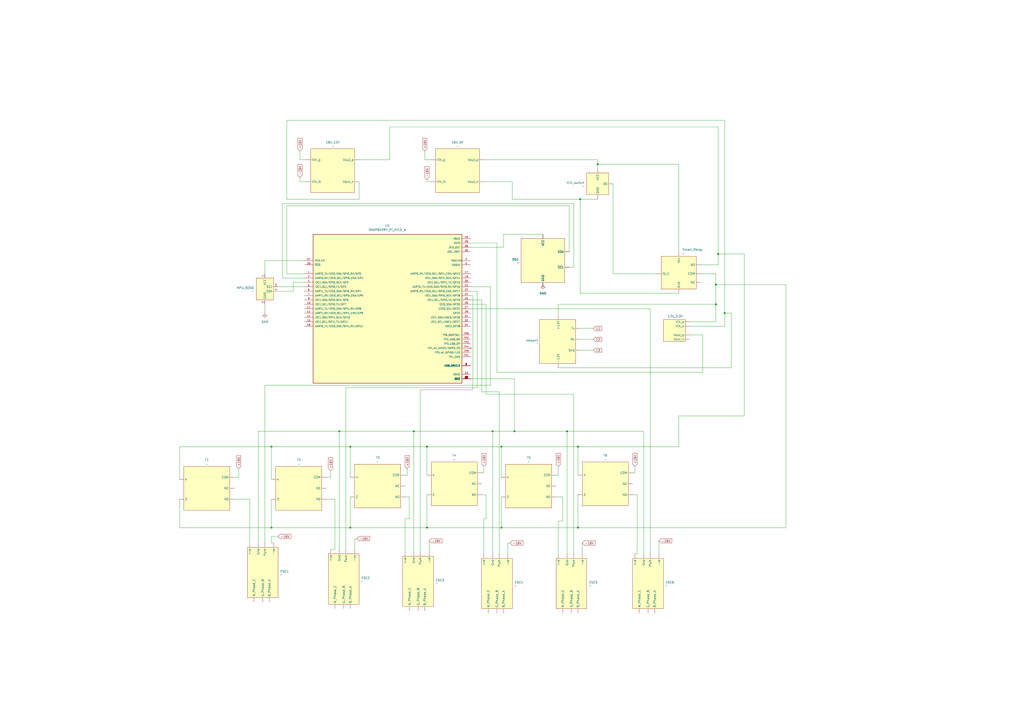
<source format=kicad_sch>
(kicad_sch (version 20250114) (generator "eeschema") (generator_version "9.0")
  (paper "A2")
  (lib_symbols
    (symbol "Basic_ESC_1_1"
      (property "Reference" "ESC" (at 18.288 15.24 0))
      (symbol "Basic_ESC_1_1_1_1"
        (rectangle (start -7.62 10.16) (end 10.16 -19.05) (fill (type background)))
        (pin power_in line (at -6.35 12.7 270) (length 2.54) (name "+ve") (number ""))
        (pin output line (at -3.81 -21.59 90) (length 2.54) (name "W_Phase_C") (number ""))
        (pin power_in line (at -1.27 12.7 270) (length 2.54) (name "Gnd") (number ""))
        (pin output line (at 1.27 -21.59 90) (length 2.54) (name "G_Phase_B") (number ""))
        (pin input line (at 2.54 12.7 270) (length 2.54) (name "Pwm") (number ""))
        (pin output line (at 5.08 -21.59 90) (length 2.54) (name "B_Phase_A") (number ""))
        (pin power_in line (at 7.62 12.7 270) (length 2.54) (name "-ve") (number ""))
      )
    )
    (symbol "Basic_ESC_1_2"
      (property "Reference" "ESC" (at 18.288 15.24 0))
      (symbol "Basic_ESC_1_2_1_1"
        (rectangle (start -7.62 10.16) (end 10.16 -19.05) (fill (type background)))
        (pin power_in line (at -6.35 12.7 270) (length 2.54) (name "+ve") (number ""))
        (pin output line (at -3.81 -21.59 90) (length 2.54) (name "W_Phase_C") (number ""))
        (pin power_in line (at -1.27 12.7 270) (length 2.54) (name "Gnd") (number ""))
        (pin output line (at 1.27 -21.59 90) (length 2.54) (name "G_Phase_B") (number ""))
        (pin input line (at 2.54 12.7 270) (length 2.54) (name "Pwm") (number ""))
        (pin output line (at 5.08 -21.59 90) (length 2.54) (name "B_Phase_A") (number ""))
        (pin power_in line (at 7.62 12.7 270) (length 2.54) (name "-ve") (number ""))
      )
    )
    (symbol "Basic_ESC_1_3"
      (property "Reference" "ESC" (at 18.288 15.24 0))
      (symbol "Basic_ESC_1_3_1_1"
        (rectangle (start -7.62 10.16) (end 10.16 -19.05) (fill (type background)))
        (pin power_in line (at -6.35 12.7 270) (length 2.54) (name "+ve") (number ""))
        (pin output line (at -3.81 -21.59 90) (length 2.54) (name "W_Phase_C") (number ""))
        (pin power_in line (at -1.27 12.7 270) (length 2.54) (name "Gnd") (number ""))
        (pin output line (at 1.27 -21.59 90) (length 2.54) (name "G_Phase_B") (number ""))
        (pin input line (at 2.54 12.7 270) (length 2.54) (name "Pwm") (number ""))
        (pin output line (at 5.08 -21.59 90) (length 2.54) (name "B_Phase_A") (number ""))
        (pin power_in line (at 7.62 12.7 270) (length 2.54) (name "-ve") (number ""))
      )
    )
    (symbol "Basic_ESC_1_4"
      (property "Reference" "ESC" (at 18.288 15.24 0))
      (symbol "Basic_ESC_1_4_1_1"
        (rectangle (start -7.62 10.16) (end 10.16 -19.05) (fill (type background)))
        (pin power_in line (at -6.35 12.7 270) (length 2.54) (name "+ve") (number ""))
        (pin output line (at -3.81 -21.59 90) (length 2.54) (name "W_Phase_C") (number ""))
        (pin power_in line (at -1.27 12.7 270) (length 2.54) (name "Gnd") (number ""))
        (pin output line (at 1.27 -21.59 90) (length 2.54) (name "G_Phase_B") (number ""))
        (pin input line (at 2.54 12.7 270) (length 2.54) (name "Pwm") (number ""))
        (pin output line (at 5.08 -21.59 90) (length 2.54) (name "B_Phase_A") (number ""))
        (pin power_in line (at 7.62 12.7 270) (length 2.54) (name "-ve") (number ""))
      )
    )
    (symbol "Basic_ESC_1_5"
      (property "Reference" "ESC" (at 18.288 15.24 0))
      (symbol "Basic_ESC_1_5_1_1"
        (rectangle (start -7.62 10.16) (end 10.16 -19.05) (fill (type background)))
        (pin power_in line (at -6.35 12.7 270) (length 2.54) (name "+ve") (number ""))
        (pin output line (at -3.81 -21.59 90) (length 2.54) (name "W_Phase_C") (number ""))
        (pin power_in line (at -1.27 12.7 270) (length 2.54) (name "Gnd") (number ""))
        (pin output line (at 1.27 -21.59 90) (length 2.54) (name "G_Phase_B") (number ""))
        (pin input line (at 2.54 12.7 270) (length 2.54) (name "Pwm") (number ""))
        (pin output line (at 5.08 -21.59 90) (length 2.54) (name "B_Phase_A") (number ""))
        (pin power_in line (at 7.62 12.7 270) (length 2.54) (name "-ve") (number ""))
      )
    )
    (symbol "Big_Buck:Big_Buck_C"
      (property "Reference" "BBC" (at 0 14.732 0))
      (symbol "Big_Buck_C_1_1"
        (rectangle (start -12.7 12.7) (end 12.7 -12.7) (fill (type background)))
        (pin power_in line (at -15.24 6.35 0) (length 2.54) (name "Vin_p") (number ""))
        (pin power_in line (at -15.24 -6.35 0) (length 2.54) (name "Vin_N") (number ""))
        (pin power_out line (at 15.24 6.35 180) (length 2.54) (name "Vout_p") (number ""))
        (pin power_out line (at 15.24 -6.35 180) (length 2.54) (name "Vout_n") (number ""))
      )
    )
    (symbol "Big_Buck_C_1"
      (property "Reference" "BBC" (at 0 14.732 0))
      (symbol "Big_Buck_C_1_1_1"
        (rectangle (start -12.7 12.7) (end 12.7 -12.7) (fill (type background)))
        (pin power_in line (at -15.24 6.35 0) (length 2.54) (name "Vin_p") (number ""))
        (pin power_in line (at -15.24 -6.35 0) (length 2.54) (name "Vin_N") (number ""))
        (pin power_out line (at 15.24 6.35 180) (length 2.54) (name "Vout_p") (number ""))
        (pin power_out line (at 15.24 -6.35 180) (length 2.54) (name "Vout_n") (number ""))
      )
    )
    (symbol "Big_Relay:T91_Relay_1"
      (property "Reference" "T91" (at 0.254 14.986 0))
      (symbol "T91_Relay_1_1_1"
        (rectangle (start -12.7 12.7) (end 13.97 -12.7) (fill (type background)))
        (pin input line (at -15.24 5.08 0) (length 2.54) (name "4") (number ""))
        (pin input line (at -15.24 -6.35 0) (length 2.54) (name "2") (number ""))
        (pin passive line (at 16.51 6.35 180) (length 2.54) (name "COM") (number ""))
        (pin passive line (at 16.51 0 180) (length 2.54) (name "NC") (number ""))
        (pin passive line (at 16.51 -6.35 180) (length 2.54) (name "NO") (number ""))
      )
    )
    (symbol "Depth_sensor:Depth_sensor"
      (property "Reference" "DS" (at 31.242 23.622 0))
      (symbol "Depth_sensor_1_1"
        (rectangle (start -12.7 12.7) (end 12.7 -12.7) (fill (type background)))
        (pin power_in line (at 0 15.24 270) (length 2.54) (name "VCC") (number ""))
        (pin power_in line (at 0 -15.24 90) (length 2.54) (name "GND") (number ""))
        (pin bidirectional line (at 15.24 5.08 180) (length 2.54) (name "SDA") (number ""))
        (pin input line (at 15.24 -3.81 180) (length 2.54) (name "SCL") (number ""))
      )
    )
    (symbol "ESC:Basic_ESC_1"
      (property "Reference" "ESC" (at 18.288 15.24 0))
      (symbol "Basic_ESC_1_1_1"
        (rectangle (start -7.62 10.16) (end 10.16 -19.05) (fill (type background)))
        (pin power_in line (at -6.35 12.7 270) (length 2.54) (name "+ve") (number ""))
        (pin output line (at -3.81 -21.59 90) (length 2.54) (name "W_Phase_C") (number ""))
        (pin power_in line (at -1.27 12.7 270) (length 2.54) (name "Gnd") (number ""))
        (pin output line (at 1.27 -21.59 90) (length 2.54) (name "G_Phase_B") (number ""))
        (pin input line (at 2.54 12.7 270) (length 2.54) (name "Pwm") (number ""))
        (pin output line (at 5.08 -21.59 90) (length 2.54) (name "B_Phase_A") (number ""))
        (pin power_in line (at 7.62 12.7 270) (length 2.54) (name "-ve") (number ""))
      )
    )
    (symbol "Jetson:Jetson_Nano"
      (property "Reference" "Jetson" (at -0.762 27.432 0))
      (symbol "Jetson_Nano_1_1"
        (rectangle (start -10.795 11.43) (end 10.16 -13.97) (fill (type background)))
        (pin power_in line (at 0 13.97 270) (length 2.54) (name "+12V") (number ""))
        (pin power_in line (at 0 -16.51 90) (length 2.54) (name "-12V") (number ""))
        (pin output line (at 12.7 6.35 180) (length 2.54) (name "Tx") (number ""))
        (pin input line (at 12.7 0 180) (length 2.54) (name "Rx") (number ""))
        (pin power_in line (at 12.7 -6.35 180) (length 2.54) (name "Gnd") (number ""))
      )
    )
    (symbol "MPU6050:MPU6050_1"
      (property "Reference" "MPU6050" (at 5.588 7.62 0))
      (symbol "MPU6050_1_1_1"
        (rectangle (start -5.08 6.35) (end 5.08 -6.35) (fill (type background)))
        (pin power_in line (at 0 8.89 270) (length 2.54) (name "VCC") (number "1"))
        (pin power_in line (at 0 -8.89 90) (length 2.54) (name "GND") (number "2"))
        (pin bidirectional line (at 7.62 1.27 180) (length 2.54) (name "SCL") (number "3"))
        (pin bidirectional line (at 7.62 -1.27 180) (length 2.54) (name "SDA") (number "4"))
      )
    )
    (symbol "RASPBERRY_PI_PICO_W:RASPBERRY_PI_PICO_W" (pin_names (offset 1.016))
      (property "Reference" "U" (at -43.18 44.069 0))
      (property "Value" "RASPBERRY_PI_PICO_W" (at -43.18 -45.72 0))
      (symbol "RASPBERRY_PI_PICO_W_0_0"
        (rectangle (start -43.18 -43.18) (end 43.18 43.18) (stroke (width 0.254)) (fill (type background)))
        (pin input line (at -48.26 27.94 0) (length 5.08) (name "3V3_EN") (number "37"))
        (pin input line (at -48.26 25.4 0) (length 5.08) (name "~{RUN}") (number "30"))
        (pin bidirectional line (at -48.26 20.32 0) (length 5.08) (name "UART0_TX/I2C0_SDA/SPI0_RX/GP0") (number "1"))
        (pin bidirectional line (at -48.26 17.78 0) (length 5.08) (name "UART0_RX/I2C0_SCL/SPI0_CSN/GP1") (number "2"))
        (pin bidirectional line (at -48.26 15.24 0) (length 5.08) (name "I2C1_SDA/SPI0_SCK/GP2") (number "4"))
        (pin bidirectional line (at -48.26 12.7 0) (length 5.08) (name "I2C1_SCL/SPI0_TX/GP3") (number "5"))
        (pin bidirectional line (at -48.26 10.16 0) (length 5.08) (name "UART1_TX/I2C0_SDA/SPI0_RX/GP4") (number "6"))
        (pin bidirectional line (at -48.26 7.62 0) (length 5.08) (name "UART1_RX/I2C0_SCL/SPI0_CSN/GP5") (number "7"))
        (pin bidirectional line (at -48.26 5.08 0) (length 5.08) (name "I2C1_SDA/SPI0_SCK/GP6") (number "9"))
        (pin bidirectional line (at -48.26 2.54 0) (length 5.08) (name "I2C1_SCL/SPI0_TX/GP7") (number "10"))
        (pin bidirectional line (at -48.26 0 0) (length 5.08) (name "UART1_TX/I2C0_SDA/SPI1_RX/GP8") (number "11"))
        (pin bidirectional line (at -48.26 -2.54 0) (length 5.08) (name "UART1_RX/I2C0_SCL/SPI1_CSN/GP9") (number "12"))
        (pin bidirectional line (at -48.26 -5.08 0) (length 5.08) (name "I2C1_SDA/SPI1_SCK/GP10") (number "14"))
        (pin bidirectional line (at -48.26 -7.62 0) (length 5.08) (name "I2C1_SCL/SPI1_TX/GP11") (number "15"))
        (pin bidirectional line (at -48.26 -10.16 0) (length 5.08) (name "UART0_TX/I2C0_SDA/SPI1_RX/GP12") (number "16"))
        (pin power_in line (at 48.26 40.64 180) (length 5.08) (name "VBUS") (number "40"))
        (pin power_in line (at 48.26 38.1 180) (length 5.08) (name "VSYS") (number "39"))
        (pin power_in line (at 48.26 35.56 180) (length 5.08) (name "3V3_OUT") (number "36"))
        (pin power_in line (at 48.26 33.02 180) (length 5.08) (name "ADC_VREF") (number "35"))
        (pin input clock (at 48.26 27.94 180) (length 5.08) (name "SWCLK") (number "E"))
        (pin bidirectional line (at 48.26 25.4 180) (length 5.08) (name "SWDIO") (number "G"))
        (pin bidirectional line (at 48.26 20.32 180) (length 5.08) (name "UART0_RX/I2C0_SCL/SPI1_CSN/GP13") (number "17"))
        (pin bidirectional line (at 48.26 17.78 180) (length 5.08) (name "I2C1_SDA/SPI1_SCK/GP14") (number "19"))
        (pin bidirectional line (at 48.26 15.24 180) (length 5.08) (name "I2C1_SCL/SPI1_TX/GP15") (number "20"))
        (pin bidirectional line (at 48.26 12.7 180) (length 5.08) (name "UART0_TX/I2C0_SDA/SPI0_RX/GP16") (number "21"))
        (pin bidirectional line (at 48.26 10.16 180) (length 5.08) (name "UART0_RX/I2C0_SCL/SPI0_CSN/GP17") (number "22"))
        (pin bidirectional line (at 48.26 7.62 180) (length 5.08) (name "I2C1_SDA/SPI0_SCK/GP18") (number "24"))
        (pin bidirectional line (at 48.26 5.08 180) (length 5.08) (name "I2C1_SCL/SPI0_TX/GP19") (number "25"))
        (pin bidirectional line (at 48.26 2.54 180) (length 5.08) (name "I2C0_SDA/GP20") (number "26"))
        (pin bidirectional line (at 48.26 0 180) (length 5.08) (name "12C0_SCL/GP21") (number "27"))
        (pin bidirectional line (at 48.26 -2.54 180) (length 5.08) (name "GP22") (number "29"))
        (pin bidirectional line (at 48.26 -5.08 180) (length 5.08) (name "I2C1_SDA/ADC0/GP26") (number "31"))
        (pin bidirectional line (at 48.26 -7.62 180) (length 5.08) (name "I2C1_SCL/ADC1/GP27") (number "32"))
        (pin bidirectional line (at 48.26 -10.16 180) (length 5.08) (name "ADC2_GP28") (number "34"))
        (pin input line (at 48.26 -15.24 180) (length 5.08) (name "TP6_BOOTSEL") (number "TP6"))
        (pin bidirectional line (at 48.26 -17.78 180) (length 5.08) (name "TP2_USB_DM") (number "TP2"))
        (pin bidirectional line (at 48.26 -20.32 180) (length 5.08) (name "TP3_USB_DP") (number "TP3"))
        (pin no_connect line (at 48.26 -22.86 180) (length 5.08) (name "TP4_WL_GPIO1/SMPS_PS") (number "TP4"))
        (pin bidirectional line (at 48.26 -25.4 180) (length 5.08) (name "TP5_WL_GPIO0/LED") (number "TP5"))
        (pin power_in line (at 48.26 -27.94 180) (length 5.08) (name "TP1_GND") (number "TP1"))
        (pin power_in line (at 48.26 -33.02 180) (length 5.08) (name "USB_SHIELD") (number "A"))
        (pin power_in line (at 48.26 -33.02 180) (length 5.08) (name "USB_SHIELD") (number "B"))
        (pin power_in line (at 48.26 -33.02 180) (length 5.08) (name "USB_SHIELD") (number "C"))
        (pin power_in line (at 48.26 -33.02 180) (length 5.08) (name "USB_SHIELD") (number "D"))
        (pin power_in line (at 48.26 -38.1 180) (length 5.08) (name "AGND") (number "33"))
        (pin power_in line (at 48.26 -40.64 180) (length 5.08) (name "GND") (number "13"))
        (pin power_in line (at 48.26 -40.64 180) (length 5.08) (name "GND") (number "18"))
        (pin power_in line (at 48.26 -40.64 180) (length 5.08) (name "GND") (number "23"))
        (pin power_in line (at 48.26 -40.64 180) (length 5.08) (name "GND") (number "28"))
        (pin power_in line (at 48.26 -40.64 180) (length 5.08) (name "GND") (number "3"))
        (pin power_in line (at 48.26 -40.64 180) (length 5.08) (name "GND") (number "38"))
        (pin power_in line (at 48.26 -40.64 180) (length 5.08) (name "GND") (number "8"))
        (pin power_in line (at 48.26 -40.64 180) (length 5.08) (name "GND") (number "F"))
      )
    )
    (symbol "Reed_Switch_Module:Kill_Switch"
      (property "Reference" "Kill" (at 3.81 14.986 0))
      (symbol "Kill_Switch_1_1"
        (rectangle (start -6.35 6.35) (end 6.35 -6.35) (fill (type background)))
        (pin power_in line (at 0 8.89 270) (length 2.54) (name "VCC") (number ""))
        (pin power_in line (at 0 -8.89 90) (length 2.54) (name "GND") (number ""))
        (pin output line (at 8.89 0 180) (length 2.54) (name "DO") (number ""))
      )
    )
    (symbol "Small_buck:Small_buck_1"
      (property "Reference" "SBC" (at 0 15.748 0))
      (symbol "Small_buck_1_1_1"
        (rectangle (start -6.35 6.35) (end 6.35 -6.35) (fill (type background)))
        (pin power_in line (at 8.89 5.08 180) (length 2.54) (name "Vin_p") (number ""))
        (pin power_in line (at 8.89 2.54 180) (length 2.54) (name "Vin_n") (number ""))
        (pin power_out line (at 8.89 -2.54 180) (length 2.54) (name "Vout_p") (number ""))
        (pin power_out line (at 8.89 -5.08 180) (length 2.54) (name "Vout_n") (number ""))
      )
    )
    (symbol "Small_relay:2_relay_module"
      (property "Reference" "SRM" (at -12.446 16.002 0))
      (symbol "2_relay_module_1_1"
        (rectangle (start -10.16 10.16) (end 10.16 -8.89) (fill (type background)))
        (rectangle (start 9.525 9.525) (end 9.525 9.525))
        (pin input line (at -12.7 0 0) (length 2.54) (name "IN_1") (number ""))
        (pin power_in line (at 0 12.7 270) (length 2.54) (name "Vcc") (number ""))
        (pin power_in line (at 0 -11.43 90) (length 2.54) (name "Gnd") (number ""))
        (pin passive line (at 12.7 5.08 180) (length 2.54) (name "NO") (number ""))
        (pin passive line (at 12.7 0 180) (length 2.54) (name "COM") (number ""))
        (pin passive line (at 12.7 -5.08 180) (length 2.54) (name "NC") (number ""))
      )
    )
    (symbol "T91_Relay_1_1"
      (property "Reference" "T91" (at 0.254 14.986 0))
      (symbol "T91_Relay_1_1_1_1"
        (rectangle (start -12.7 12.7) (end 13.97 -12.7) (fill (type background)))
        (pin input line (at -15.24 5.08 0) (length 2.54) (name "4") (number ""))
        (pin input line (at -15.24 -6.35 0) (length 2.54) (name "2") (number ""))
        (pin passive line (at 16.51 6.35 180) (length 2.54) (name "COM") (number ""))
        (pin passive line (at 16.51 0 180) (length 2.54) (name "NC") (number ""))
        (pin passive line (at 16.51 -6.35 180) (length 2.54) (name "NO") (number ""))
      )
    )
    (symbol "T91_Relay_1_2"
      (property "Reference" "T91" (at 0.254 14.986 0))
      (symbol "T91_Relay_1_2_1_1"
        (rectangle (start -12.7 12.7) (end 13.97 -12.7) (fill (type background)))
        (pin input line (at -15.24 5.08 0) (length 2.54) (name "4") (number ""))
        (pin input line (at -15.24 -6.35 0) (length 2.54) (name "2") (number ""))
        (pin passive line (at 16.51 6.35 180) (length 2.54) (name "COM") (number ""))
        (pin passive line (at 16.51 0 180) (length 2.54) (name "NC") (number ""))
        (pin passive line (at 16.51 -6.35 180) (length 2.54) (name "NO") (number ""))
      )
    )
    (symbol "T91_Relay_1_3"
      (property "Reference" "T91" (at 0.254 14.986 0))
      (symbol "T91_Relay_1_3_1_1"
        (rectangle (start -12.7 12.7) (end 13.97 -12.7) (fill (type background)))
        (pin input line (at -15.24 5.08 0) (length 2.54) (name "4") (number ""))
        (pin input line (at -15.24 -6.35 0) (length 2.54) (name "2") (number ""))
        (pin passive line (at 16.51 6.35 180) (length 2.54) (name "COM") (number ""))
        (pin passive line (at 16.51 0 180) (length 2.54) (name "NC") (number ""))
        (pin passive line (at 16.51 -6.35 180) (length 2.54) (name "NO") (number ""))
      )
    )
    (symbol "T91_Relay_1_4"
      (property "Reference" "T91" (at 0.254 14.986 0))
      (symbol "T91_Relay_1_4_1_1"
        (rectangle (start -12.7 12.7) (end 13.97 -12.7) (fill (type background)))
        (pin input line (at -15.24 5.08 0) (length 2.54) (name "4") (number ""))
        (pin input line (at -15.24 -6.35 0) (length 2.54) (name "2") (number ""))
        (pin passive line (at 16.51 6.35 180) (length 2.54) (name "COM") (number ""))
        (pin passive line (at 16.51 0 180) (length 2.54) (name "NC") (number ""))
        (pin passive line (at 16.51 -6.35 180) (length 2.54) (name "NO") (number ""))
      )
    )
    (symbol "T91_Relay_1_5"
      (property "Reference" "T91" (at 0.254 14.986 0))
      (symbol "T91_Relay_1_5_1_1"
        (rectangle (start -12.7 12.7) (end 13.97 -12.7) (fill (type background)))
        (pin input line (at -15.24 5.08 0) (length 2.54) (name "4") (number ""))
        (pin input line (at -15.24 -6.35 0) (length 2.54) (name "2") (number ""))
        (pin passive line (at 16.51 6.35 180) (length 2.54) (name "COM") (number ""))
        (pin passive line (at 16.51 0 180) (length 2.54) (name "NC") (number ""))
        (pin passive line (at 16.51 -6.35 180) (length 2.54) (name "NO") (number ""))
      )
    )
    (symbol "power:GND" (power) (pin_numbers (hide yes)) (pin_names (offset 0) (hide yes))
      (property "Value" "GND" (at 0 -3.81 0))
      (symbol "GND_0_1"
        (polyline (pts (xy 0 0) (xy 0 -1.27) (xy 1.27 -1.27) (xy 0 -2.54) (xy -1.27 -1.27) (xy 0 -1.27)))
      )
      (symbol "GND_1_1"
        (pin power_in line (at 0 0 270) (length 0) (name "~") (number "1"))
      )
    )
  )
  (junction (at 415.29 176.53))
  (junction (at 415.29 165.1))
  (junction (at 203.2 306.07))
  (junction (at 298.45 250.19))
  (junction (at 196.85 250.19))
  (junction (at 157.48 306.07))
  (junction (at 247.65 259.08))
  (junction (at 285.75 250.19))
  (junction (at 203.2 259.08))
  (junction (at 157.48 259.08))
  (junction (at 290.83 306.07))
  (junction (at 290.83 259.08))
  (junction (at 336.55 115.57))
  (junction (at 335.28 259.08))
  (junction (at 328.93 250.19))
  (junction (at 240.03 250.19))
  (junction (at 346.71 95.25))
  (junction (at 420.37 181.61))
  (junction (at 416.56 147.32))
  (junction (at 247.65 306.07))
  (junction (at 335.28 306.07))
  (wire (pts (xy 290.83 276.86) (xy 290.83 259.08)))
  (wire (pts (xy 237.49 288.29) (xy 234.95 288.29)))
  (wire (pts (xy 400.05 194.31) (xy 407.67 194.31)))
  (wire (pts (xy 280.67 300.99) (xy 280.67 321.31)))
  (wire (pts (xy 240.03 250.19) (xy 285.75 250.19)))
  (wire (pts (xy 170.18 163.83) (xy 176.53 163.83)))
  (wire (pts (xy 158.75 314.96) (xy 157.48 314.96)))
  (wire (pts (xy 288.29 215.9) (xy 288.29 140.97)))
  (wire (pts (xy 246.38 87.63) (xy 246.38 92.71)))
  (wire (pts (xy 273.05 168.91) (xy 276.86 168.91)))
  (wire (pts (xy 281.94 300.99) (xy 281.94 287.02)))
  (wire (pts (xy 135.89 289.56) (xy 144.78 289.56)))
  (wire (pts (xy 279.4 274.32) (xy 280.67 274.32)))
  (wire (pts (xy 420.37 189.23) (xy 400.05 189.23)))
  (wire (pts (xy 104.14 306.07) (xy 157.48 306.07)))
  (wire (pts (xy 173.99 105.41) (xy 177.8 105.41)))
  (wire (pts (xy 161.29 166.37) (xy 176.53 166.37)))
  (wire (pts (xy 276.86 168.91) (xy 276.86 224.79)))
  (wire (pts (xy 292.1 143.51) (xy 292.1 135.89)))
  (wire (pts (xy 337.82 321.31) (xy 337.82 314.96)))
  (wire (pts (xy 281.94 300.99) (xy 280.67 300.99)))
  (wire (pts (xy 273.05 219.71) (xy 298.45 219.71)))
  (wire (pts (xy 415.29 186.69) (xy 400.05 186.69)))
  (wire (pts (xy 330.2 146.05) (xy 330.2 119.38)))
  (wire (pts (xy 346.71 92.71) (xy 346.71 95.25)))
  (wire (pts (xy 205.74 318.77) (xy 205.74 312.42)))
  (wire (pts (xy 288.29 140.97) (xy 273.05 140.97)))
  (wire (pts (xy 194.31 318.77) (xy 191.77 318.77)))
  (wire (pts (xy 298.45 250.19) (xy 328.93 250.19)))
  (wire (pts (xy 336.55 115.57) (xy 336.55 170.18)))
  (wire (pts (xy 290.83 288.29) (xy 290.83 306.07)))
  (wire (pts (xy 367.03 274.32) (xy 368.3 274.32)))
  (wire (pts (xy 208.28 105.41) (xy 208.28 115.57)))
  (wire (pts (xy 336.55 115.57) (xy 346.71 115.57)))
  (wire (pts (xy 294.64 321.31) (xy 294.64 314.96)))
  (wire (pts (xy 104.14 278.13) (xy 104.14 259.08)))
  (wire (pts (xy 407.67 215.9) (xy 288.29 215.9)))
  (wire (pts (xy 297.18 115.57) (xy 336.55 115.57)))
  (wire (pts (xy 236.22 275.59) (xy 236.22 271.78)))
  (wire (pts (xy 208.28 92.71) (xy 226.06 92.71)))
  (wire (pts (xy 336.55 203.2) (xy 344.17 203.2)))
  (wire (pts (xy 194.31 318.77) (xy 194.31 289.56)))
  (wire (pts (xy 200.66 224.79) (xy 276.86 224.79)))
  (wire (pts (xy 274.32 171.45) (xy 274.32 226.06)))
  (wire (pts (xy 281.94 287.02) (xy 279.4 287.02)))
  (wire (pts (xy 135.89 276.86) (xy 138.43 276.86)))
  (wire (pts (xy 157.48 278.13) (xy 157.48 259.08)))
  (wire (pts (xy 203.2 288.29) (xy 203.2 306.07)))
  (wire (pts (xy 226.06 73.66) (xy 416.56 73.66)))
  (wire (pts (xy 194.31 289.56) (xy 189.23 289.56)))
  (wire (pts (xy 144.78 289.56) (xy 144.78 314.96)))
  (wire (pts (xy 153.67 158.75) (xy 153.67 151.13)))
  (wire (pts (xy 420.37 181.61) (xy 424.18 181.61)))
  (wire (pts (xy 196.85 250.19) (xy 240.03 250.19)))
  (wire (pts (xy 290.83 259.08) (xy 335.28 259.08)))
  (wire (pts (xy 332.74 118.11) (xy 163.83 118.11)))
  (wire (pts (xy 420.37 69.85) (xy 420.37 181.61)))
  (wire (pts (xy 157.48 306.07) (xy 203.2 306.07)))
  (wire (pts (xy 166.37 115.57) (xy 166.37 69.85)))
  (wire (pts (xy 336.55 170.18) (xy 393.7 170.18)))
  (wire (pts (xy 273.05 166.37) (xy 284.48 166.37)))
  (wire (pts (xy 415.29 176.53) (xy 323.85 176.53)))
  (wire (pts (xy 138.43 276.86) (xy 138.43 271.78)))
  (wire (pts (xy 455.93 165.1) (xy 415.29 165.1)))
  (wire (pts (xy 455.93 306.07) (xy 455.93 165.1)))
  (wire (pts (xy 149.86 250.19) (xy 196.85 250.19)))
  (wire (pts (xy 234.95 275.59) (xy 236.22 275.59)))
  (wire (pts (xy 326.39 302.26) (xy 326.39 288.29)))
  (wire (pts (xy 323.85 176.53) (xy 323.85 182.88)))
  (wire (pts (xy 285.75 250.19) (xy 285.75 321.31)))
  (wire (pts (xy 314.96 166.37) (xy 314.96 165.1)))
  (wire (pts (xy 170.18 168.91) (xy 170.18 163.83)))
  (wire (pts (xy 393.7 95.25) (xy 393.7 146.05)))
  (wire (pts (xy 284.48 166.37) (xy 284.48 223.52)))
  (wire (pts (xy 424.18 181.61) (xy 424.18 213.36)))
  (wire (pts (xy 153.67 151.13) (xy 176.53 151.13)))
  (wire (pts (xy 294.64 314.96) (xy 295.91 314.96)))
  (wire (pts (xy 355.6 106.68) (xy 355.6 158.75)))
  (wire (pts (xy 200.66 224.79) (xy 200.66 318.77)))
  (wire (pts (xy 332.74 228.6) (xy 332.74 321.31)))
  (wire (pts (xy 292.1 135.89) (xy 314.96 135.89)))
  (wire (pts (xy 280.67 92.71) (xy 346.71 92.71)))
  (wire (pts (xy 415.29 176.53) (xy 415.29 186.69)))
  (wire (pts (xy 346.71 95.25) (xy 346.71 97.79)))
  (wire (pts (xy 285.75 250.19) (xy 298.45 250.19)))
  (wire (pts (xy 247.65 105.41) (xy 250.19 105.41)))
  (wire (pts (xy 173.99 87.63) (xy 173.99 92.71)))
  (wire (pts (xy 382.27 321.31) (xy 382.27 313.69)))
  (wire (pts (xy 273.05 173.99) (xy 279.4 173.99)))
  (wire (pts (xy 335.28 287.02) (xy 335.28 306.07)))
  (wire (pts (xy 368.3 274.32) (xy 368.3 270.51)))
  (wire (pts (xy 393.7 241.3) (xy 431.8 241.3)))
  (wire (pts (xy 369.57 287.02) (xy 367.03 287.02)))
  (wire (pts (xy 373.38 250.19) (xy 373.38 321.31)))
  (wire (pts (xy 104.14 289.56) (xy 104.14 306.07)))
  (wire (pts (xy 330.2 119.38) (xy 166.37 119.38)))
  (wire (pts (xy 335.28 259.08) (xy 335.28 275.59)))
  (wire (pts (xy 157.48 314.96) (xy 157.48 311.15)))
  (wire (pts (xy 335.28 259.08) (xy 393.7 259.08)))
  (wire (pts (xy 189.23 276.86) (xy 191.77 276.86)))
  (wire (pts (xy 173.99 102.87) (xy 173.99 105.41)))
  (wire (pts (xy 157.48 259.08) (xy 203.2 259.08)))
  (wire (pts (xy 424.18 213.36) (xy 323.85 213.36)))
  (wire (pts (xy 336.55 190.5) (xy 344.17 190.5)))
  (wire (pts (xy 328.93 250.19) (xy 328.93 321.31)))
  (wire (pts (xy 332.74 154.94) (xy 332.74 118.11)))
  (wire (pts (xy 273.05 143.51) (xy 292.1 143.51)))
  (wire (pts (xy 273.05 179.07) (xy 377.19 179.07)))
  (wire (pts (xy 416.56 73.66) (xy 416.56 147.32)))
  (wire (pts (xy 104.14 259.08) (xy 157.48 259.08)))
  (wire (pts (xy 415.29 158.75) (xy 415.29 165.1)))
  (wire (pts (xy 369.57 321.31) (xy 368.3 321.31)))
  (wire (pts (xy 163.83 161.29) (xy 176.53 161.29)))
  (wire (pts (xy 431.8 147.32) (xy 416.56 147.32)))
  (wire (pts (xy 326.39 288.29) (xy 322.58 288.29)))
  (wire (pts (xy 243.84 226.06) (xy 243.84 320.04)))
  (wire (pts (xy 149.86 250.19) (xy 149.86 314.96)))
  (wire (pts (xy 166.37 119.38) (xy 166.37 158.75)))
  (wire (pts (xy 281.94 176.53) (xy 281.94 228.6)))
  (wire (pts (xy 247.65 259.08) (xy 290.83 259.08)))
  (wire (pts (xy 273.05 171.45) (xy 274.32 171.45)))
  (wire (pts (xy 248.92 320.04) (xy 248.92 313.69)))
  (wire (pts (xy 330.2 154.94) (xy 332.74 154.94)))
  (wire (pts (xy 208.28 115.57) (xy 166.37 115.57)))
  (wire (pts (xy 377.19 179.07) (xy 377.19 321.31)))
  (wire (pts (xy 203.2 276.86) (xy 203.2 259.08)))
  (wire (pts (xy 243.84 226.06) (xy 274.32 226.06)))
  (wire (pts (xy 247.65 287.02) (xy 247.65 306.07)))
  (wire (pts (xy 346.71 95.25) (xy 393.7 95.25)))
  (wire (pts (xy 157.48 311.15) (xy 161.29 311.15)))
  (wire (pts (xy 163.83 118.11) (xy 163.83 161.29)))
  (wire (pts (xy 203.2 306.07) (xy 247.65 306.07)))
  (wire (pts (xy 284.48 223.52) (xy 153.67 223.52)))
  (wire (pts (xy 393.7 241.3) (xy 393.7 259.08)))
  (wire (pts (xy 240.03 250.19) (xy 240.03 320.04)))
  (wire (pts (xy 273.05 176.53) (xy 281.94 176.53)))
  (wire (pts (xy 237.49 300.99) (xy 237.49 288.29)))
  (wire (pts (xy 280.67 274.32) (xy 280.67 270.51)))
  (wire (pts (xy 373.38 250.19) (xy 328.93 250.19)))
  (wire (pts (xy 234.95 300.99) (xy 234.95 320.04)))
  (wire (pts (xy 297.18 105.41) (xy 297.18 115.57)))
  (wire (pts (xy 369.57 321.31) (xy 369.57 287.02)))
  (wire (pts (xy 290.83 306.07) (xy 335.28 306.07)))
  (wire (pts (xy 289.56 227.33) (xy 289.56 321.31)))
  (wire (pts (xy 289.56 227.33) (xy 279.4 227.33)))
  (wire (pts (xy 420.37 181.61) (xy 420.37 189.23)))
  (wire (pts (xy 153.67 223.52) (xy 153.67 314.96)))
  (wire (pts (xy 280.67 105.41) (xy 297.18 105.41)))
  (wire (pts (xy 407.67 194.31) (xy 407.67 215.9)))
  (wire (pts (xy 166.37 69.85) (xy 420.37 69.85)))
  (wire (pts (xy 332.74 228.6) (xy 281.94 228.6)))
  (wire (pts (xy 279.4 173.99) (xy 279.4 227.33)))
  (wire (pts (xy 335.28 306.07) (xy 455.93 306.07)))
  (wire (pts (xy 415.29 165.1) (xy 415.29 176.53)))
  (wire (pts (xy 355.6 158.75) (xy 381 158.75)))
  (wire (pts (xy 173.99 92.71) (xy 177.8 92.71)))
  (wire (pts (xy 237.49 300.99) (xy 234.95 300.99)))
  (wire (pts (xy 205.74 312.42) (xy 207.01 312.42)))
  (wire (pts (xy 323.85 275.59) (xy 323.85 270.51)))
  (wire (pts (xy 247.65 105.41) (xy 247.65 104.14)))
  (wire (pts (xy 298.45 219.71) (xy 298.45 250.19)))
  (wire (pts (xy 322.58 275.59) (xy 323.85 275.59)))
  (wire (pts (xy 153.67 176.53) (xy 153.67 181.61)))
  (wire (pts (xy 431.8 241.3) (xy 431.8 147.32)))
  (wire (pts (xy 191.77 276.86) (xy 191.77 273.05)))
  (wire (pts (xy 166.37 158.75) (xy 176.53 158.75)))
  (wire (pts (xy 246.38 92.71) (xy 250.19 92.71)))
  (wire (pts (xy 196.85 250.19) (xy 196.85 318.77)))
  (wire (pts (xy 406.4 158.75) (xy 415.29 158.75)))
  (wire (pts (xy 326.39 302.26) (xy 323.85 302.26)))
  (wire (pts (xy 157.48 289.56) (xy 157.48 306.07)))
  (wire (pts (xy 203.2 259.08) (xy 247.65 259.08)))
  (wire (pts (xy 416.56 147.32) (xy 416.56 153.67)))
  (wire (pts (xy 226.06 92.71) (xy 226.06 73.66)))
  (wire (pts (xy 247.65 306.07) (xy 290.83 306.07)))
  (wire (pts (xy 323.85 302.26) (xy 323.85 321.31)))
  (wire (pts (xy 247.65 259.08) (xy 247.65 275.59)))
  (wire (pts (xy 416.56 153.67) (xy 406.4 153.67)))
  (wire (pts (xy 161.29 168.91) (xy 170.18 168.91)))
  (wire (pts (xy 336.55 196.85) (xy 344.17 196.85)))
  (global_label "+16V" (shape input) (at 138.43 271.78 90) (property "Intersheetrefs" "${INTERSHEET_REFS}" (effects (hide yes))))
  (global_label "-16V" (shape input) (at 173.99 102.87 90) (property "Intersheetrefs" "${INTERSHEET_REFS}" (effects (hide yes))))
  (global_label "+16V" (shape input) (at 368.3 270.51 90) (property "Intersheetrefs" "${INTERSHEET_REFS}" (effects (hide yes))))
  (global_label "+16V" (shape input) (at 191.77 273.05 90) (property "Intersheetrefs" "${INTERSHEET_REFS}" (effects (hide yes))))
  (global_label "-16V" (shape input) (at 247.65 104.14 90) (property "Intersheetrefs" "${INTERSHEET_REFS}" (effects (hide yes))))
  (global_label "+16V" (shape input) (at 323.85 270.51 90) (property "Intersheetrefs" "${INTERSHEET_REFS}" (effects (hide yes))))
  (global_label "-16V" (shape input) (at 382.27 313.69 0) (property "Intersheetrefs" "${INTERSHEET_REFS}" (effects (hide yes))))
  (global_label "11" (shape input) (at 344.17 190.5 0) (property "Intersheetrefs" "${INTERSHEET_REFS}" (effects (hide yes))))
  (global_label "13" (shape input) (at 344.17 203.2 0) (property "Intersheetrefs" "${INTERSHEET_REFS}" (effects (hide yes))))
  (global_label "12" (shape input) (at 344.17 196.85 0) (property "Intersheetrefs" "${INTERSHEET_REFS}" (effects (hide yes))))
  (global_label "-16V" (shape input) (at 337.82 314.96 0) (property "Intersheetrefs" "${INTERSHEET_REFS}" (effects (hide yes))))
  (global_label "-16V" (shape input) (at 161.29 311.15 0) (property "Intersheetrefs" "${INTERSHEET_REFS}" (effects (hide yes))))
  (global_label "+16V" (shape input) (at 173.99 87.63 90) (property "Intersheetrefs" "${INTERSHEET_REFS}" (effects (hide yes))))
  (global_label "-16V" (shape input) (at 248.92 313.69 0) (property "Intersheetrefs" "${INTERSHEET_REFS}" (effects (hide yes))))
  (global_label "-16V" (shape input) (at 207.01 312.42 0) (property "Intersheetrefs" "${INTERSHEET_REFS}" (effects (hide yes))))
  (global_label "+16V" (shape input) (at 246.38 87.63 90) (property "Intersheetrefs" "${INTERSHEET_REFS}" (effects (hide yes))))
  (global_label "+16V" (shape input) (at 236.22 271.78 90) (property "Intersheetrefs" "${INTERSHEET_REFS}" (effects (hide yes))))
  (global_label "-16V" (shape input) (at 295.91 314.96 0) (property "Intersheetrefs" "${INTERSHEET_REFS}" (effects (hide yes))))
  (global_label "+16V" (shape input) (at 280.67 270.51 90) (property "Intersheetrefs" "${INTERSHEET_REFS}" (effects (hide yes))))
  (symbol (lib_id "Small_buck:Small_buck_1") (at 391.16 191.77 0) (unit 1)
    (property "Reference" "12V_3.3V" (at 391.668 183.388 0))
    (property "Value" "~" (at 391.16 184.15 0))
  )
  (symbol (lib_id "RASPBERRY_PI_PICO_W:RASPBERRY_PI_PICO_W") (at 224.79 179.07 0) (unit 1)
    (property "Reference" "U1" (at 224.79 130.81 0))
    (property "Value" "RASPBERRY_PI_PICO_W" (at 224.79 133.35 0))
    (property "Footprint" "RASPBERRY_PI_PICO_W-2:MODULE_RASPBERRY_PI_PICO_W" (effects (hide yes)))
    (property "MF" "Raspberry Pi" (effects (hide yes)))
    (property "Description_1" "Raspberry Pi Board, Arm Cortex-M0+; Silicon Manufacturer:Raspberry Pi; No. Of Bits:32Bit; Silicon Family Name:-; Core Architecture:Arm; Core Sub-Architecture:Cortex-M0+; Silicon Core Number:Rp2040; Product Range:Raspberry Pi Pico Rohs Compliant: Yes |Raspberry-Pi RASPBERRY PI PICO W" (effects (hide yes)))
    (property "Package" "None" (effects (hide yes)))
    (property "Price" "None" (effects (hide yes)))
    (property "Check_prices" "https://www.snapeda.com/parts/RASPBERRY%20PI%20PICO%20W/Raspberry+Pi/view-part/?ref=eda" (effects (hide yes)))
    (property "STANDARD" "Manufacturer Recommendations" (effects (hide yes)))
    (property "PARTREV" "2.4" (effects (hide yes)))
    (property "SnapEDA_Link" "https://www.snapeda.com/parts/RASPBERRY%20PI%20PICO%20W/Raspberry+Pi/view-part/?ref=snap" (effects (hide yes)))
    (property "MP" "RASPBERRY PI PICO W" (effects (hide yes)))
    (property "Availability" "Not in stock" (effects (hide yes)))
    (property "MANUFACTURER" "Raspberry Pi" (effects (hide yes)))
  )
  (symbol (lib_name "Basic_ESC_1_5") (lib_id "ESC:Basic_ESC_1") (at 374.65 334.01 0) (unit 1)
    (property "Reference" "ESC6" (at 386.08 337.8199 0) (effects (justify left)))
    (property "Value" "~" (at 386.08 339.725 0) (effects (justify left)))
  )
  (symbol (lib_id "Depth_sensor:Depth_sensor") (at 314.96 151.13 0) (unit 1)
    (property "Reference" "DS1" (at 300.99 150.4949 0) (effects (justify right)))
    (property "Value" "~" (at 300.99 152.4 0) (effects (justify right)))
  )
  (symbol (lib_id "power:GND") (at 314.96 165.1 0) (unit 1)
    (property "Reference" "#PWR02" (effects (hide yes)))
    (property "Value" "GND" (at 314.96 170.18 0))
    (property "Description" "Power symbol creates a global label with name \"GND\" , ground" (effects (hide yes)))
  )
  (symbol (lib_name "T91_Relay_1_4") (lib_id "Big_Relay:T91_Relay_1") (at 306.07 281.94 0) (unit 1)
    (property "Reference" "T5" (at 306.705 265.43 0))
    (property "Value" "~" (at 306.705 267.97 0))
  )
  (symbol (lib_name "T91_Relay_1_3") (lib_id "Big_Relay:T91_Relay_1") (at 262.89 280.67 0) (unit 1)
    (property "Reference" "T4" (at 263.525 264.16 0))
    (property "Value" "~" (at 263.525 266.7 0))
  )
  (symbol (lib_id "Jetson:Jetson_Nano") (at 323.85 196.85 0) (unit 1)
    (property "Reference" "Jetson1" (at 312.42 197.4849 0) (effects (justify right)))
    (property "Value" "~" (at 312.42 199.39 0) (effects (justify right)))
  )
  (symbol (lib_name "T91_Relay_1_2") (lib_id "Big_Relay:T91_Relay_1") (at 218.44 281.94 0) (unit 1)
    (property "Reference" "T3" (at 219.075 265.43 0))
    (property "Value" "~" (at 219.075 267.97 0))
  )
  (symbol (lib_id "Reed_Switch_Module:Kill_Switch") (at 346.71 106.68 0) (unit 1)
    (property "Reference" "Kill_switch" (at 339.09 106.0449 0) (effects (justify right)))
    (property "Value" "~" (at 339.09 107.95 0) (effects (justify right)))
  )
  (symbol (lib_id "power:GND") (at 153.67 181.61 0) (unit 1)
    (property "Reference" "#PWR01" (effects (hide yes)))
    (property "Value" "GND" (at 153.67 186.69 0))
    (property "Description" "Power symbol creates a global label with name \"GND\" , ground" (effects (hide yes)))
  )
  (symbol (lib_name "Basic_ESC_1_4") (lib_id "ESC:Basic_ESC_1") (at 330.2 334.01 0) (unit 1)
    (property "Reference" "ESC5" (at 341.63 337.8199 0) (effects (justify left)))
    (property "Value" "~" (at 341.63 339.725 0) (effects (justify left)))
  )
  (symbol (lib_name "Basic_ESC_1_1") (lib_id "ESC:Basic_ESC_1") (at 198.12 331.47 0) (unit 1)
    (property "Reference" "ESC2" (at 209.55 335.2799 0) (effects (justify left)))
    (property "Value" "~" (at 209.55 337.185 0) (effects (justify left)))
  )
  (symbol (lib_name "Big_Buck_C_1") (lib_id "Big_Buck:Big_Buck_C") (at 265.43 99.06 0) (unit 1)
    (property "Reference" "16V_5V" (at 265.43 82.55 0))
    (property "Value" "~" (at 265.43 85.09 0))
  )
  (symbol (lib_id "ESC:Basic_ESC_1") (at 151.13 327.66 0) (unit 1)
    (property "Reference" "ESC1" (at 162.56 331.4699 0) (effects (justify left)))
    (property "Value" "~" (at 162.56 333.375 0) (effects (justify left)))
  )
  (symbol (lib_id "MPU6050:MPU6050_1") (at 153.67 167.64 0) (unit 1)
    (property "Reference" "MPU_9250" (at 147.32 167.0049 0) (effects (justify right)))
    (property "Value" "~" (at 147.32 168.91 0) (effects (justify right)))
  )
  (symbol (lib_name "Basic_ESC_1_3") (lib_id "ESC:Basic_ESC_1") (at 287.02 334.01 0) (unit 1)
    (property "Reference" "ESC4" (at 298.45 337.8199 0) (effects (justify left)))
    (property "Value" "~" (at 298.45 339.725 0) (effects (justify left)))
  )
  (symbol (lib_name "T91_Relay_1_5") (lib_id "Big_Relay:T91_Relay_1") (at 350.52 280.67 0) (unit 1)
    (property "Reference" "T6" (at 351.155 264.16 0))
    (property "Value" "~" (at 351.155 266.7 0))
  )
  (symbol (lib_id "Big_Relay:T91_Relay_1") (at 119.38 283.21 0) (unit 1)
    (property "Reference" "T1" (at 120.015 266.7 0))
    (property "Value" "~" (at 120.015 269.24 0))
  )
  (symbol (lib_name "Basic_ESC_1_2") (lib_id "ESC:Basic_ESC_1") (at 241.3 332.74 0) (unit 1)
    (property "Reference" "ESC3" (at 252.73 336.5499 0) (effects (justify left)))
    (property "Value" "~" (at 252.73 338.455 0) (effects (justify left)))
  )
  (symbol (lib_id "Small_relay:2_relay_module") (at 393.7 158.75 0) (unit 1)
    (property "Reference" "Small_Relay" (at 395.8433 144.78 0) (effects (justify left)))
    (property "Value" "~" (at 395.8433 147.32 0) (effects (justify left)))
  )
  (symbol (lib_name "T91_Relay_1_1") (lib_id "Big_Relay:T91_Relay_1") (at 172.72 283.21 0) (unit 1)
    (property "Reference" "T2" (at 173.355 266.7 0))
    (property "Value" "~" (at 173.355 269.24 0))
  )
  (symbol (lib_id "Big_Buck:Big_Buck_C") (at 193.04 99.06 0) (unit 1)
    (property "Reference" "16V_12V" (at 193.04 82.55 0))
    (property "Value" "~" (at 193.04 85.09 0))
  )
)
</source>
